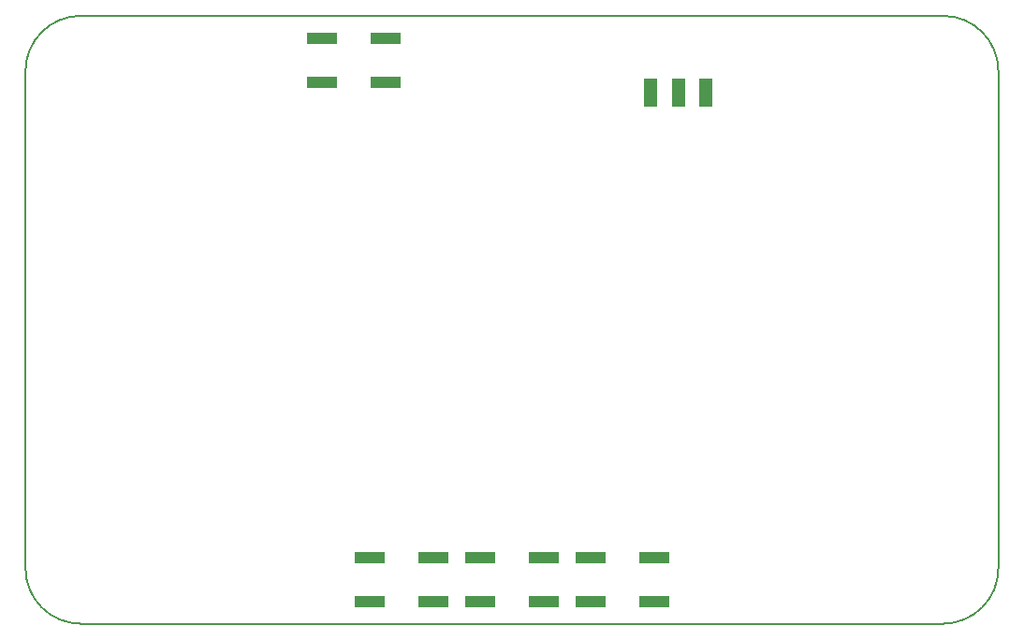
<source format=gbr>
G04 #@! TF.GenerationSoftware,KiCad,Pcbnew,(5.0.2)-1*
G04 #@! TF.CreationDate,2019-03-01T11:01:03+00:00*
G04 #@! TF.ProjectId,PCB_Card,5043425f-4361-4726-942e-6b696361645f,02*
G04 #@! TF.SameCoordinates,PX6ddf710PY7643e10*
G04 #@! TF.FileFunction,Paste,Bot*
G04 #@! TF.FilePolarity,Positive*
%FSLAX46Y46*%
G04 Gerber Fmt 4.6, Leading zero omitted, Abs format (unit mm)*
G04 Created by KiCad (PCBNEW (5.0.2)-1) date 01/03/2019 11:01:03*
%MOMM*%
%LPD*%
G01*
G04 APERTURE LIST*
%ADD10C,0.200000*%
%ADD11R,1.250000X2.500000*%
%ADD12R,2.750000X1.000000*%
G04 APERTURE END LIST*
D10*
X87980000Y50010000D02*
X87980000Y5010000D01*
X-20000Y5010000D02*
G75*
G03X4980000Y10000I5000000J0D01*
G01*
X87980000Y5010000D02*
G75*
G02X82980000Y10000I-5000000J0D01*
G01*
X87980000Y50010000D02*
G75*
G03X82980000Y55010000I-5000000J0D01*
G01*
X-20000Y50010000D02*
G75*
G02X4980000Y55010000I5000000J0D01*
G01*
X-20000Y5010000D02*
X-20000Y50010000D01*
X82980000Y10000D02*
X4980000Y10000D01*
X4980000Y55010000D02*
X82980000Y55010000D01*
D11*
G04 #@! TO.C,SW1*
X56535000Y48060000D03*
X59035000Y48060000D03*
X61535000Y48060000D03*
G04 #@! TD*
D12*
G04 #@! TO.C,SW4*
X41100000Y2010000D03*
X46860000Y2010000D03*
X46860000Y6010000D03*
X41100000Y6010000D03*
G04 #@! TD*
G04 #@! TO.C,SW2*
X32590000Y48990000D03*
X26830000Y48990000D03*
X26830000Y52990000D03*
X32590000Y52990000D03*
G04 #@! TD*
G04 #@! TO.C,SW3*
X31100000Y2010000D03*
X36860000Y2010000D03*
X36860000Y6010000D03*
X31100000Y6010000D03*
G04 #@! TD*
G04 #@! TO.C,SW5*
X51100000Y6010000D03*
X56860000Y6010000D03*
X56860000Y2010000D03*
X51100000Y2010000D03*
G04 #@! TD*
M02*

</source>
